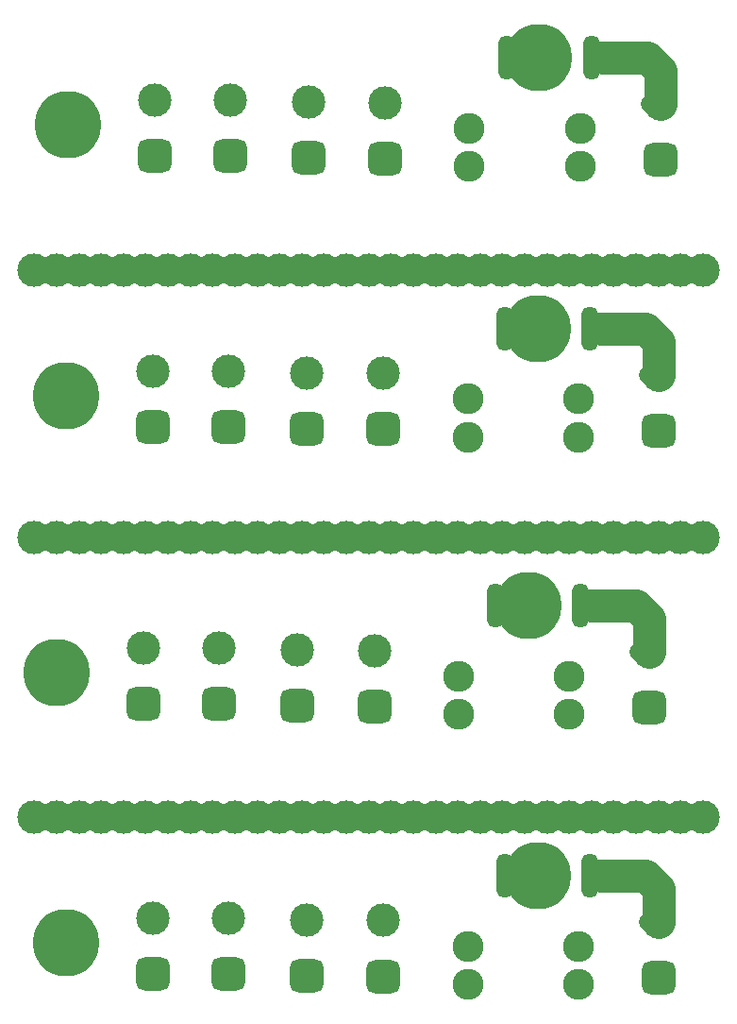
<source format=gbr>
%TF.GenerationSoftware,KiCad,Pcbnew,8.0.6*%
%TF.CreationDate,2024-11-20T20:18:14-05:00*%
%TF.ProjectId,RailsidePDB,5261696c-7369-4646-9550-44422e6b6963,rev?*%
%TF.SameCoordinates,Original*%
%TF.FileFunction,Copper,L1,Top*%
%TF.FilePolarity,Positive*%
%FSLAX46Y46*%
G04 Gerber Fmt 4.6, Leading zero omitted, Abs format (unit mm)*
G04 Created by KiCad (PCBNEW 8.0.6) date 2024-11-20 20:18:14*
%MOMM*%
%LPD*%
G01*
G04 APERTURE LIST*
G04 Aperture macros list*
%AMRoundRect*
0 Rectangle with rounded corners*
0 $1 Rounding radius*
0 $2 $3 $4 $5 $6 $7 $8 $9 X,Y pos of 4 corners*
0 Add a 4 corners polygon primitive as box body*
4,1,4,$2,$3,$4,$5,$6,$7,$8,$9,$2,$3,0*
0 Add four circle primitives for the rounded corners*
1,1,$1+$1,$2,$3*
1,1,$1+$1,$4,$5*
1,1,$1+$1,$6,$7*
1,1,$1+$1,$8,$9*
0 Add four rect primitives between the rounded corners*
20,1,$1+$1,$2,$3,$4,$5,0*
20,1,$1+$1,$4,$5,$6,$7,0*
20,1,$1+$1,$6,$7,$8,$9,0*
20,1,$1+$1,$8,$9,$2,$3,0*%
G04 Aperture macros list end*
%TA.AperFunction,ComponentPad*%
%ADD10C,3.000000*%
%TD*%
%TA.AperFunction,ComponentPad*%
%ADD11O,6.000000X6.000000*%
%TD*%
%TA.AperFunction,ComponentPad*%
%ADD12RoundRect,0.750000X0.750000X-0.750000X0.750000X0.750000X-0.750000X0.750000X-0.750000X-0.750000X0*%
%TD*%
%TA.AperFunction,ComponentPad*%
%ADD13O,1.500000X4.000000*%
%TD*%
%TA.AperFunction,ComponentPad*%
%ADD14C,2.780000*%
%TD*%
%TA.AperFunction,Conductor*%
%ADD15C,3.000000*%
%TD*%
%TA.AperFunction,Conductor*%
%ADD16C,1.500000*%
%TD*%
G04 APERTURE END LIST*
D10*
%TO.P,,2,-*%
%TO.N,Net-(BT4--)*%
X91000000Y-135000000D03*
%TD*%
%TO.P,,2,-*%
%TO.N,Net-(BT4--)*%
X109000000Y-135000000D03*
%TD*%
%TO.P,,2,-*%
%TO.N,Net-(BT4--)*%
X113000000Y-135000000D03*
%TD*%
%TO.P,,2,-*%
%TO.N,Net-(BT4--)*%
X55000000Y-135000000D03*
%TD*%
%TO.P,,2,-*%
%TO.N,Net-(BT4--)*%
X107000000Y-135000000D03*
%TD*%
%TO.P,,2,-*%
%TO.N,Net-(BT4--)*%
X111000000Y-135000000D03*
%TD*%
%TO.P,,2,-*%
%TO.N,Net-(BT4--)*%
X101000000Y-135000000D03*
%TD*%
%TO.P,,2,-*%
%TO.N,Net-(BT4--)*%
X85000000Y-135000000D03*
%TD*%
%TO.P,,2,-*%
%TO.N,Net-(BT4--)*%
X99000000Y-135000000D03*
%TD*%
%TO.P,,2,-*%
%TO.N,Net-(BT4--)*%
X77000000Y-135000000D03*
%TD*%
%TO.P,,2,-*%
%TO.N,Net-(BT4--)*%
X53000000Y-135000000D03*
%TD*%
%TO.P,,2,-*%
%TO.N,Net-(BT4--)*%
X63000000Y-135000000D03*
%TD*%
%TO.P,,2,-*%
%TO.N,Net-(BT4--)*%
X69000000Y-135000000D03*
%TD*%
%TO.P,,2,-*%
%TO.N,Net-(BT4--)*%
X59000000Y-135000000D03*
%TD*%
%TO.P,,2,-*%
%TO.N,Net-(BT4--)*%
X79000000Y-135000000D03*
%TD*%
%TO.P,,2,-*%
%TO.N,Net-(BT4--)*%
X83000000Y-135000000D03*
%TD*%
%TO.P,,2,-*%
%TO.N,Net-(BT4--)*%
X67000000Y-135000000D03*
%TD*%
%TO.P,,2,-*%
%TO.N,Net-(BT4--)*%
X61000000Y-135000000D03*
%TD*%
%TO.P,,2,-*%
%TO.N,Net-(BT4--)*%
X103000000Y-135000000D03*
%TD*%
%TO.P,,2,-*%
%TO.N,Net-(BT4--)*%
X105000000Y-135000000D03*
%TD*%
%TO.P,,2,-*%
%TO.N,Net-(BT4--)*%
X87000000Y-135000000D03*
%TD*%
%TO.P,,2,-*%
%TO.N,Net-(BT4--)*%
X93000000Y-135000000D03*
%TD*%
%TO.P,,2,-*%
%TO.N,Net-(BT4--)*%
X97000000Y-135000000D03*
%TD*%
%TO.P,,2,-*%
%TO.N,Net-(BT4--)*%
X81000000Y-135000000D03*
%TD*%
%TO.P,,2,-*%
%TO.N,Net-(BT4--)*%
X89000000Y-135000000D03*
%TD*%
%TO.P,,2,-*%
%TO.N,Net-(BT4--)*%
X95000000Y-135000000D03*
%TD*%
%TO.P,,2,-*%
%TO.N,Net-(BT4--)*%
X75000000Y-135000000D03*
%TD*%
%TO.P,,2,-*%
%TO.N,Net-(BT4--)*%
X65000000Y-135000000D03*
%TD*%
%TO.P,,2,-*%
%TO.N,Net-(BT4--)*%
X57000000Y-135000000D03*
%TD*%
%TO.P,,2,-*%
%TO.N,Net-(BT4--)*%
X71000000Y-135000000D03*
%TD*%
%TO.P,,2,-*%
%TO.N,Net-(BT4--)*%
X73000000Y-135000000D03*
%TD*%
%TO.P,,2,-*%
%TO.N,Net-(BT4--)*%
X59000000Y-110000000D03*
%TD*%
%TO.P,,2,-*%
%TO.N,Net-(BT4--)*%
X61000000Y-110000000D03*
%TD*%
%TO.P,,2,-*%
%TO.N,Net-(BT4--)*%
X83000000Y-110000000D03*
%TD*%
%TO.P,,2,-*%
%TO.N,Net-(BT4--)*%
X87000000Y-110000000D03*
%TD*%
%TO.P,,2,-*%
%TO.N,Net-(BT4--)*%
X93000000Y-110000000D03*
%TD*%
%TO.P,,2,-*%
%TO.N,Net-(BT4--)*%
X81000000Y-110000000D03*
%TD*%
%TO.P,,2,-*%
%TO.N,Net-(BT4--)*%
X73000000Y-110000000D03*
%TD*%
%TO.P,,2,-*%
%TO.N,Net-(BT4--)*%
X67000000Y-110000000D03*
%TD*%
%TO.P,,2,-*%
%TO.N,Net-(BT4--)*%
X71000000Y-110000000D03*
%TD*%
%TO.P,,2,-*%
%TO.N,Net-(BT4--)*%
X65000000Y-110000000D03*
%TD*%
%TO.P,,2,-*%
%TO.N,Net-(BT4--)*%
X89000000Y-110000000D03*
%TD*%
%TO.P,,2,-*%
%TO.N,Net-(BT4--)*%
X95000000Y-110000000D03*
%TD*%
%TO.P,,2,-*%
%TO.N,Net-(BT4--)*%
X99000000Y-110000000D03*
%TD*%
%TO.P,,2,-*%
%TO.N,Net-(BT4--)*%
X79000000Y-110000000D03*
%TD*%
%TO.P,,2,-*%
%TO.N,Net-(BT4--)*%
X57000000Y-110000000D03*
%TD*%
%TO.P,,2,-*%
%TO.N,Net-(BT4--)*%
X91000000Y-110000000D03*
%TD*%
%TO.P,,2,-*%
%TO.N,Net-(BT4--)*%
X103000000Y-110000000D03*
%TD*%
%TO.P,,2,-*%
%TO.N,Net-(BT4--)*%
X107000000Y-110000000D03*
%TD*%
%TO.P,,2,-*%
%TO.N,Net-(BT4--)*%
X113000000Y-110000000D03*
%TD*%
%TO.P,,2,-*%
%TO.N,Net-(BT4--)*%
X85000000Y-110000000D03*
%TD*%
%TO.P,,2,-*%
%TO.N,Net-(BT4--)*%
X109000000Y-110000000D03*
%TD*%
%TO.P,,2,-*%
%TO.N,Net-(BT4--)*%
X101000000Y-110000000D03*
%TD*%
%TO.P,,2,-*%
%TO.N,Net-(BT4--)*%
X77000000Y-110000000D03*
%TD*%
%TO.P,,2,-*%
%TO.N,Net-(BT4--)*%
X111000000Y-110000000D03*
%TD*%
%TO.P,,2,-*%
%TO.N,Net-(BT4--)*%
X55000000Y-110000000D03*
%TD*%
%TO.P,,2,-*%
%TO.N,Net-(BT4--)*%
X97000000Y-110000000D03*
%TD*%
%TO.P,,2,-*%
%TO.N,Net-(BT4--)*%
X53000000Y-110000000D03*
%TD*%
%TO.P,,2,-*%
%TO.N,Net-(BT4--)*%
X105000000Y-110000000D03*
%TD*%
%TO.P,,2,-*%
%TO.N,Net-(BT4--)*%
X75000000Y-110000000D03*
%TD*%
%TO.P,,2,-*%
%TO.N,Net-(BT4--)*%
X63000000Y-110000000D03*
%TD*%
%TO.P,,2,-*%
%TO.N,Net-(BT4--)*%
X69000000Y-110000000D03*
%TD*%
D11*
%TO.P,,2,B*%
%TO.N,N/C*%
X55840000Y-146300000D03*
%TD*%
D12*
%TO.P,BT4,1,+*%
%TO.N,Net-(BT1-+)*%
X109000000Y-149410000D03*
D10*
%TO.P,BT4,2,-*%
%TO.N,Net-(BT4--)*%
X109000000Y-144410000D03*
%TD*%
D12*
%TO.P,BT1,1,+*%
%TO.N,Net-(BT1-+)*%
X84340000Y-149300000D03*
D10*
%TO.P,BT1,2,-*%
%TO.N,Net-(BT1--)*%
X84340000Y-144300000D03*
%TD*%
D12*
%TO.P,BT5,1,+*%
%TO.N,Net-(BT1-+)*%
X63615000Y-149075000D03*
D10*
%TO.P,BT5,2,-*%
%TO.N,Net-(BT1--)*%
X63615000Y-144075000D03*
%TD*%
D12*
%TO.P,BT2,1,+*%
%TO.N,Net-(BT1-+)*%
X77440000Y-149250000D03*
D10*
%TO.P,BT2,2,-*%
%TO.N,Net-(BT1--)*%
X77440000Y-144250000D03*
%TD*%
D13*
%TO.P,SW1,1,A*%
%TO.N,Net-(SW1-A)*%
X95220000Y-140300000D03*
%TO.P,SW1,2,B*%
%TO.N,Net-(BT4--)*%
X102840000Y-140300000D03*
%TD*%
D12*
%TO.P,BT3,1,+*%
%TO.N,Net-(BT1-+)*%
X70415000Y-149075000D03*
D10*
%TO.P,BT3,2,-*%
%TO.N,Net-(BT1--)*%
X70415000Y-144075000D03*
%TD*%
D14*
%TO.P,Fuse,1*%
%TO.N,Net-(BT1--)*%
X91880000Y-146600000D03*
X91880000Y-150000000D03*
%TO.P,Fuse,2*%
%TO.N,Net-(SW1-A)*%
X101800000Y-146600000D03*
X101800000Y-150000000D03*
%TD*%
D11*
%TO.P,,2,B*%
%TO.N,N/C*%
X98145000Y-140300000D03*
%TD*%
%TO.P,,2,B*%
%TO.N,N/C*%
X55000000Y-122100000D03*
%TD*%
D12*
%TO.P,BT4,1,+*%
%TO.N,Net-(BT1-+)*%
X108160000Y-125210000D03*
D10*
%TO.P,BT4,2,-*%
%TO.N,Net-(BT4--)*%
X108160000Y-120210000D03*
%TD*%
D12*
%TO.P,BT1,1,+*%
%TO.N,Net-(BT1-+)*%
X83500000Y-125100000D03*
D10*
%TO.P,BT1,2,-*%
%TO.N,Net-(BT1--)*%
X83500000Y-120100000D03*
%TD*%
D12*
%TO.P,BT5,1,+*%
%TO.N,Net-(BT1-+)*%
X62775000Y-124875000D03*
D10*
%TO.P,BT5,2,-*%
%TO.N,Net-(BT1--)*%
X62775000Y-119875000D03*
%TD*%
D12*
%TO.P,BT2,1,+*%
%TO.N,Net-(BT1-+)*%
X76600000Y-125050000D03*
D10*
%TO.P,BT2,2,-*%
%TO.N,Net-(BT1--)*%
X76600000Y-120050000D03*
%TD*%
D13*
%TO.P,SW1,1,A*%
%TO.N,Net-(SW1-A)*%
X94380000Y-116100000D03*
%TO.P,SW1,2,B*%
%TO.N,Net-(BT4--)*%
X102000000Y-116100000D03*
%TD*%
D12*
%TO.P,BT3,1,+*%
%TO.N,Net-(BT1-+)*%
X69575000Y-124875000D03*
D10*
%TO.P,BT3,2,-*%
%TO.N,Net-(BT1--)*%
X69575000Y-119875000D03*
%TD*%
D14*
%TO.P,Fuse,1*%
%TO.N,Net-(BT1--)*%
X91040000Y-122400000D03*
X91040000Y-125800000D03*
%TO.P,Fuse,2*%
%TO.N,Net-(SW1-A)*%
X100960000Y-122400000D03*
X100960000Y-125800000D03*
%TD*%
D11*
%TO.P,,2,B*%
%TO.N,N/C*%
X97305000Y-116100000D03*
%TD*%
%TO.P,,2,B*%
%TO.N,N/C*%
X55840000Y-97260000D03*
%TD*%
D12*
%TO.P,BT4,1,+*%
%TO.N,Net-(BT1-+)*%
X109000000Y-100370000D03*
D10*
%TO.P,BT4,2,-*%
%TO.N,Net-(BT4--)*%
X109000000Y-95370000D03*
%TD*%
D12*
%TO.P,BT1,1,+*%
%TO.N,Net-(BT1-+)*%
X84340000Y-100260000D03*
D10*
%TO.P,BT1,2,-*%
%TO.N,Net-(BT1--)*%
X84340000Y-95260000D03*
%TD*%
D12*
%TO.P,BT5,1,+*%
%TO.N,Net-(BT1-+)*%
X63615000Y-100035000D03*
D10*
%TO.P,BT5,2,-*%
%TO.N,Net-(BT1--)*%
X63615000Y-95035000D03*
%TD*%
D12*
%TO.P,BT2,1,+*%
%TO.N,Net-(BT1-+)*%
X77440000Y-100210000D03*
D10*
%TO.P,BT2,2,-*%
%TO.N,Net-(BT1--)*%
X77440000Y-95210000D03*
%TD*%
D13*
%TO.P,SW1,1,A*%
%TO.N,Net-(SW1-A)*%
X95220000Y-91260000D03*
%TO.P,SW1,2,B*%
%TO.N,Net-(BT4--)*%
X102840000Y-91260000D03*
%TD*%
D12*
%TO.P,BT3,1,+*%
%TO.N,Net-(BT1-+)*%
X70415000Y-100035000D03*
D10*
%TO.P,BT3,2,-*%
%TO.N,Net-(BT1--)*%
X70415000Y-95035000D03*
%TD*%
D14*
%TO.P,Fuse,1*%
%TO.N,Net-(BT1--)*%
X91880000Y-97560000D03*
X91880000Y-100960000D03*
%TO.P,Fuse,2*%
%TO.N,Net-(SW1-A)*%
X101800000Y-97560000D03*
X101800000Y-100960000D03*
%TD*%
D11*
%TO.P,,2,B*%
%TO.N,N/C*%
X98145000Y-91260000D03*
%TD*%
%TO.P,,2,B*%
%TO.N,N/C*%
X56000000Y-73000000D03*
%TD*%
%TO.P,,2,B*%
%TO.N,N/C*%
X98305000Y-67000000D03*
%TD*%
D14*
%TO.P,Fuse,2*%
%TO.N,Net-(SW1-A)*%
X101960000Y-76700000D03*
X101960000Y-73300000D03*
%TO.P,Fuse,1*%
%TO.N,Net-(BT1--)*%
X92040000Y-76700000D03*
X92040000Y-73300000D03*
%TD*%
D10*
%TO.P,BT5,2,-*%
%TO.N,Net-(BT1--)*%
X63775000Y-70775000D03*
D12*
%TO.P,BT5,1,+*%
%TO.N,Net-(BT1-+)*%
X63775000Y-75775000D03*
%TD*%
D10*
%TO.P,BT4,2,-*%
%TO.N,Net-(BT4--)*%
X109160000Y-71110000D03*
D12*
%TO.P,BT4,1,+*%
%TO.N,Net-(BT1-+)*%
X109160000Y-76110000D03*
%TD*%
D10*
%TO.P,BT3,2,-*%
%TO.N,Net-(BT1--)*%
X70575000Y-70775000D03*
D12*
%TO.P,BT3,1,+*%
%TO.N,Net-(BT1-+)*%
X70575000Y-75775000D03*
%TD*%
D10*
%TO.P,BT2,2,-*%
%TO.N,Net-(BT1--)*%
X77600000Y-70950000D03*
D12*
%TO.P,BT2,1,+*%
%TO.N,Net-(BT1-+)*%
X77600000Y-75950000D03*
%TD*%
D10*
%TO.P,BT1,2,-*%
%TO.N,Net-(BT1--)*%
X84500000Y-71000000D03*
D12*
%TO.P,BT1,1,+*%
%TO.N,Net-(BT1-+)*%
X84500000Y-76000000D03*
%TD*%
D13*
%TO.P,SW1,2,B*%
%TO.N,Net-(BT4--)*%
X103000000Y-67000000D03*
%TO.P,SW1,1,A*%
%TO.N,Net-(SW1-A)*%
X95380000Y-67000000D03*
%TD*%
D10*
%TO.P,,2,-*%
%TO.N,Net-(BT4--)*%
X65000000Y-86000000D03*
%TD*%
%TO.P,,2,-*%
%TO.N,Net-(BT4--)*%
X83000000Y-86000000D03*
%TD*%
%TO.P,,2,-*%
%TO.N,Net-(BT4--)*%
X73000000Y-86000000D03*
%TD*%
%TO.P,,2,-*%
%TO.N,Net-(BT4--)*%
X59000000Y-86000000D03*
%TD*%
%TO.P,,2,-*%
%TO.N,Net-(BT4--)*%
X61000000Y-86000000D03*
%TD*%
%TO.P,,2,-*%
%TO.N,Net-(BT4--)*%
X69000000Y-86000000D03*
%TD*%
%TO.P,,2,-*%
%TO.N,Net-(BT4--)*%
X87000000Y-86000000D03*
%TD*%
%TO.P,,2,-*%
%TO.N,Net-(BT4--)*%
X93000000Y-86000000D03*
%TD*%
%TO.P,,2,-*%
%TO.N,Net-(BT4--)*%
X81000000Y-86000000D03*
%TD*%
%TO.P,,2,-*%
%TO.N,Net-(BT4--)*%
X67000000Y-86000000D03*
%TD*%
%TO.P,,2,-*%
%TO.N,Net-(BT4--)*%
X71000000Y-86000000D03*
%TD*%
%TO.P,,2,-*%
%TO.N,Net-(BT4--)*%
X89000000Y-86000000D03*
%TD*%
%TO.P,,2,-*%
%TO.N,Net-(BT4--)*%
X95000000Y-86000000D03*
%TD*%
%TO.P,,2,-*%
%TO.N,Net-(BT4--)*%
X63000000Y-86000000D03*
%TD*%
%TO.P,,2,-*%
%TO.N,Net-(BT4--)*%
X99000000Y-86000000D03*
%TD*%
%TO.P,,2,-*%
%TO.N,Net-(BT4--)*%
X79000000Y-86000000D03*
%TD*%
%TO.P,,2,-*%
%TO.N,Net-(BT4--)*%
X57000000Y-86000000D03*
%TD*%
%TO.P,,2,-*%
%TO.N,Net-(BT4--)*%
X91000000Y-86000000D03*
%TD*%
%TO.P,,2,-*%
%TO.N,Net-(BT4--)*%
X103000000Y-86000000D03*
%TD*%
%TO.P,,2,-*%
%TO.N,Net-(BT4--)*%
X107000000Y-86000000D03*
%TD*%
%TO.P,,2,-*%
%TO.N,Net-(BT4--)*%
X101000000Y-86000000D03*
%TD*%
%TO.P,,2,-*%
%TO.N,Net-(BT4--)*%
X77000000Y-86000000D03*
%TD*%
%TO.P,,2,-*%
%TO.N,Net-(BT4--)*%
X113000000Y-86000000D03*
%TD*%
%TO.P,,2,-*%
%TO.N,Net-(BT4--)*%
X85000000Y-86000000D03*
%TD*%
%TO.P,,2,-*%
%TO.N,Net-(BT4--)*%
X109000000Y-86000000D03*
%TD*%
%TO.P,,2,-*%
%TO.N,Net-(BT4--)*%
X111000000Y-86000000D03*
%TD*%
%TO.P,,2,-*%
%TO.N,Net-(BT4--)*%
X55000000Y-86000000D03*
%TD*%
%TO.P,,2,-*%
%TO.N,Net-(BT4--)*%
X97000000Y-86000000D03*
%TD*%
%TO.P,,2,-*%
%TO.N,Net-(BT4--)*%
X53000000Y-86000000D03*
%TD*%
%TO.P,,2,-*%
%TO.N,Net-(BT4--)*%
X105000000Y-86000000D03*
%TD*%
%TO.P,,2,-*%
%TO.N,Net-(BT4--)*%
X75000000Y-86000000D03*
%TD*%
D15*
%TO.N,Net-(BT4--)*%
X109000000Y-141460000D02*
X107840000Y-140300000D01*
X109000000Y-144410000D02*
X109000000Y-141460000D01*
D16*
X109000000Y-144410000D02*
X108000000Y-144410000D01*
D15*
X107840000Y-140300000D02*
X103840000Y-140300000D01*
D16*
%TO.N,Net-(BT1-+)*%
X63840000Y-149300000D02*
X63615000Y-149075000D01*
%TO.N,Net-(BT1--)*%
X63615000Y-144075000D02*
X63840000Y-144300000D01*
X63390000Y-144300000D02*
X63615000Y-144075000D01*
X84115000Y-144075000D02*
X84340000Y-144300000D01*
D15*
%TO.N,Net-(BT4--)*%
X108160000Y-117260000D02*
X107000000Y-116100000D01*
X108160000Y-120210000D02*
X108160000Y-117260000D01*
D16*
X108160000Y-120210000D02*
X107160000Y-120210000D01*
D15*
X107000000Y-116100000D02*
X103000000Y-116100000D01*
D16*
%TO.N,Net-(BT1-+)*%
X63000000Y-125100000D02*
X62775000Y-124875000D01*
%TO.N,Net-(BT1--)*%
X62775000Y-119875000D02*
X63000000Y-120100000D01*
X62550000Y-120100000D02*
X62775000Y-119875000D01*
X83275000Y-119875000D02*
X83500000Y-120100000D01*
D15*
%TO.N,Net-(BT4--)*%
X109000000Y-92420000D02*
X107840000Y-91260000D01*
X109000000Y-95370000D02*
X109000000Y-92420000D01*
D16*
X109000000Y-95370000D02*
X108000000Y-95370000D01*
D15*
X107840000Y-91260000D02*
X103840000Y-91260000D01*
D16*
%TO.N,Net-(BT1-+)*%
X63840000Y-100260000D02*
X63615000Y-100035000D01*
%TO.N,Net-(BT1--)*%
X63615000Y-95035000D02*
X63840000Y-95260000D01*
X63390000Y-95260000D02*
X63615000Y-95035000D01*
X84115000Y-95035000D02*
X84340000Y-95260000D01*
D15*
%TO.N,Net-(BT4--)*%
X108000000Y-67000000D02*
X104000000Y-67000000D01*
X109160000Y-68160000D02*
X108000000Y-67000000D01*
X109160000Y-71110000D02*
X109160000Y-68160000D01*
D16*
X109160000Y-71110000D02*
X108160000Y-71110000D01*
%TO.N,Net-(BT1-+)*%
X64000000Y-76000000D02*
X63775000Y-75775000D01*
%TO.N,Net-(BT1--)*%
X84275000Y-70775000D02*
X84500000Y-71000000D01*
X63775000Y-70775000D02*
X64000000Y-71000000D01*
X63550000Y-71000000D02*
X63775000Y-70775000D01*
%TD*%
M02*

</source>
